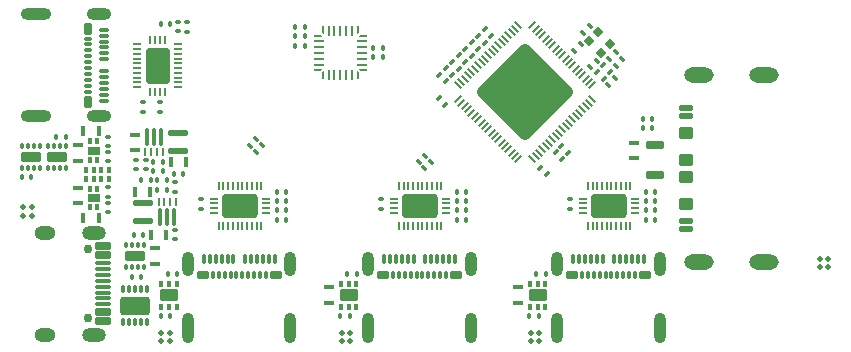
<source format=gts>
G04 Layer: TopSolderMaskLayer*
G04 EasyEDA Pro v2.2.24.2, 2024-07-29 14:19:07*
G04 Gerber Generator version 0.3*
G04 Scale: 100 percent, Rotated: No, Reflected: No*
G04 Dimensions in millimeters*
G04 Leading zeros omitted, absolute positions, 3 integers and 5 decimals*
%FSLAX35Y35*%
%MOMM*%
%AMRoundRect*1,1,$1,$2,$3*1,1,$1,$4,$5*1,1,$1,0-$2,0-$3*1,1,$1,0-$4,0-$5*20,1,$1,$2,$3,$4,$5,0*20,1,$1,$4,$5,0-$2,0-$3,0*20,1,$1,0-$2,0-$3,0-$4,0-$5,0*20,1,$1,0-$4,0-$5,$2,$3,0*4,1,4,$2,$3,$4,$5,0-$2,0-$3,0-$4,0-$5,$2,$3,0*%
%AMPolygonMacro1*4,1,5,0.3325,-0.08,-0.19886,-0.08,-0.3325,0.05364,-0.3325,0.08,0.3325,0.08,0.3325,-0.08,0*%
%AMPolygonMacro2*4,1,5,0.3325,-0.08,-0.3325,-0.08,-0.3325,-0.05364,-0.19886,0.08,0.3325,0.08,0.3325,-0.08,0*%
%AMPolygonMacro3*4,1,5,0.08,-0.19886,-0.05364,-0.3325,-0.08,-0.3325,-0.08,0.3325,0.08,0.3325,0.08,-0.19886,0*%
%AMPolygonMacro4*4,1,5,0.08,-0.3325,0.05364,-0.3325,-0.08,-0.19886,-0.08,0.3325,0.08,0.3325,0.08,-0.3325,0*%
%AMPolygonMacro5*4,1,5,-0.3325,0.08,0.19886,0.08,0.3325,-0.05364,0.3325,-0.08,-0.3325,-0.08,-0.3325,0.08,0*%
%AMPolygonMacro6*4,1,5,0.3325,0.05364,0.19886,-0.08,-0.3325,-0.08,-0.3325,0.08,0.3325,0.08,0.3325,0.05364,0*%
%AMPolygonMacro7*4,1,5,0.08,-0.3325,-0.08,-0.3325,-0.08,0.19886,0.05364,0.3325,0.08,0.3325,0.08,-0.3325,0*%
%AMPolygonMacro8*4,1,5,-0.08,0.3325,-0.05364,0.3325,0.08,0.19886,0.08,-0.3325,-0.08,-0.3325,-0.08,0.3325,0*%
%ADD10RoundRect,0.126X0.087X-0.187X-0.087X-0.187*%
%ADD11RoundRect,0.126X-0.187X-0.087X-0.187X0.087*%
%ADD12RoundRect,0.126X-0.087X0.187X0.087X0.187*%
%ADD13RoundRect,0.126X0.187X0.087X0.187X-0.087*%
%ADD14RoundRect,0.144X0.578X0.228X0.578X-0.228*%
%ADD15C,0.7540*%
%ADD16C,0.75*%
%ADD17RoundRect,0.126X0.587X0.087X0.587X-0.087*%
%ADD18O,2.0X1.2*%
%ADD19O,1.8X1.2*%
%ADD20RoundRect,0.126X0.07071X0.19375X0.19375X0.07071*%
%ADD21RoundRect,0.147X0.3515X0.1015X0.3515X-0.1015*%
%ADD22RoundRect,0.147X0.1015X-0.3515X-0.1015X-0.3515*%
%ADD23RoundRect,0.5X-0.36769X0.0X0.0X0.36769*%
%ADD24RoundRect,0.1X-0.29168X-0.22097X0.22097X0.29168*%
%ADD25RoundRect,0.1X-0.29168X0.22097X-0.22097X0.29168*%
%ADD26RoundRect,0.78947X-3.68439X0.0X0.0X3.68439*%
%ADD27RoundRect,0.105X0.0725X0.2475X0.0725X-0.2475*%
%ADD28RoundRect,0.126X0.087X0.687X0.087X-0.687*%
%ADD29RoundRect,0.225X-0.1125X-0.1125X-0.1125X0.1125*%
%ADD30RoundRect,0.24X-0.48X-0.38X-0.48X0.38*%
%ADD31RoundRect,0.189X-0.5055X-0.1305X-0.5055X0.1305*%
%ADD32O,2.49999X1.3*%
%ADD33RoundRect,0.156X0.522X-0.247X-0.522X-0.247*%
%ADD34RoundRect,0.147X-0.1015X0.1765X0.1015X0.1765*%
%ADD35RoundRect,0.24X-0.68X-0.38X-0.68X0.38*%
%ADD36RoundRect,0.126X0.19375X-0.07071X0.07071X-0.19375*%
%ADD37RoundRect,0.126X-0.19375X0.07071X-0.07071X0.19375*%
%ADD38RoundRect,0.168X0.0X0.37618X0.37618X0.0*%
%ADD39RoundRect,0.156X-0.272X0.247X0.272X0.247*%
%ADD40RoundRect,0.084X-0.058X0.308X0.058X0.308*%
%ADD41RoundRect,0.084X-0.308X0.058X0.308X0.058*%
%ADD42RoundRect,0.48X-1.26X0.76X1.26X0.76*%
%ADD43RoundRect,0.105X-0.0725X-0.2475X-0.0725X0.2475*%
%ADD44RoundRect,0.126X-0.087X-0.687X-0.087X0.687*%
%ADD45RoundRect,0.147X-0.3515X-0.1015X-0.3515X0.1015*%
%ADD46RoundRect,0.294X0.653X0.203X0.653X-0.203*%
%ADD47RoundRect,0.126X-0.07071X-0.19375X-0.19375X-0.07071*%
%ADD48RoundRect,0.147X-0.1015X0.3515X0.1015X0.3515*%
%ADD49RoundRect,0.147X0.1015X-0.1765X-0.1015X-0.1765*%
%ADD50RoundRect,0.126X-0.087X0.337X0.087X0.337*%
%ADD51RoundRect,0.294X-0.353X0.203X0.353X0.203*%
%ADD52RoundRect,0.126X-0.087X0.287X0.087X0.287*%
%ADD53O,1.0X2.1*%
%ADD54O,1.0X2.59999*%
%ADD55RoundRect,0.24X-0.78X0.38X0.78X0.38*%
%ADD56RoundRect,0.126X-0.087X0.262X0.087X0.262*%
%ADD57RoundRect,0.36X-1.07X0.57X1.07X0.57*%
%ADD58RoundRect,0.225X0.1125X0.1125X0.1125X-0.1125*%
%ADD59RoundRect,0.12X-0.34X0.19X0.34X0.19*%
%ADD60RoundRect,0.168X0.416X-0.266X-0.416X-0.266*%
%ADD61RoundRect,0.21X0.745X0.145X0.745X-0.145*%
%ADD62RoundRect,0.156X-0.522X0.247X0.522X0.247*%
%ADD63RoundRect,0.1176X-0.0812X0.1937X0.0812X0.1937*%
%ADD64RoundRect,0.216X-0.717X0.342X0.717X0.342*%
%ADD65RoundRect,0.21X-0.745X-0.145X-0.745X0.145*%
%ADD66RoundRect,0.126X0.337X0.087X0.337X-0.087*%
%ADD67RoundRect,0.294X0.203X0.353X0.203X-0.353*%
%ADD68RoundRect,0.126X0.287X0.087X0.287X-0.087*%
%ADD69O,2.1X1.0*%
%ADD70O,2.59999X1.0*%
%ADD71RoundRect,0.125X0.375X-0.0625X-0.375X-0.0625*%
%ADD72RoundRect,0.125X0.0625X-0.375X-0.0625X-0.375*%
%ADD73RoundRect,0.1176X0.0812X-0.1937X-0.0812X-0.1937*%
%ADD74RoundRect,0.216X0.717X-0.342X-0.717X-0.342*%
%ADD75RoundRect,0.12X0.34X-0.19X-0.34X-0.19*%
%ADD76RoundRect,0.168X-0.416X0.266X0.416X0.266*%
%ADD77RoundRect,0.156X0.247X0.272X0.247X-0.272*%
%ADD78RoundRect,0.084X0.308X0.058X0.308X-0.058*%
%ADD79RoundRect,0.084X0.058X0.308X0.058X-0.308*%
%ADD80RoundRect,0.48X0.76X1.26X0.76X-1.26*%
%ADD81PolygonMacro1*%
%ADD82PolygonMacro2*%
%ADD83PolygonMacro3*%
%ADD84PolygonMacro4*%
%ADD85PolygonMacro5*%
%ADD86PolygonMacro6*%
%ADD87PolygonMacro7*%
%ADD88PolygonMacro8*%
G75*


G04 Pad Start*
G54D10*
G01X17390009Y-11030006D03*
G01X17310010Y-11030006D03*
G54D11*
G01X15059970Y-11989976D03*
G01X15059970Y-11909976D03*
G54D12*
G01X18689963Y-12939974D03*
G01X18769962Y-12939974D03*
G54D13*
G01X15630013Y-12164986D03*
G01X15630013Y-12244986D03*
G54D12*
G01X19590011Y-11710006D03*
G01X19670010Y-11710006D03*
G54D14*
G01X15019970Y-12704975D03*
G54D16*
G01X14894970Y-12734975D03*
G54D14*
G01X15019970Y-12784974D03*
G54D17*
G01X15019970Y-12899974D03*
G01X15019970Y-12999974D03*
G01X15019970Y-13049974D03*
G01X15019970Y-13149924D03*
G54D14*
G01X15019970Y-13264973D03*
G01X15019970Y-13344973D03*
G01X15019970Y-13344973D03*
G01X15019970Y-13264973D03*
G54D16*
G01X14894970Y-13314973D03*
G54D17*
G01X15019970Y-13199974D03*
G01X15019970Y-13099974D03*
G01X15019970Y-12949974D03*
G01X15019970Y-12849974D03*
G54D14*
G01X15019970Y-12784974D03*
G01X15019970Y-12704975D03*
G54D18*
G01X14945570Y-12592475D03*
G54D19*
G01X14527571Y-12592475D03*
G54D18*
G01X14945570Y-13457473D03*
G54D19*
G01X14527571Y-13457473D03*
G54D20*
G01X17921634Y-11201677D03*
G01X17978203Y-11258245D03*
G54D21*
G01X15460008Y-12725007D03*
G01X15460008Y-12855007D03*
G54D12*
G01X17310010Y-11110006D03*
G01X17390009Y-11110006D03*
G54D22*
G01X14984970Y-11729977D03*
G01X14854970Y-11729977D03*
G54D11*
G01X15059970Y-12419975D03*
G01X15059970Y-12339975D03*
G54D12*
G01X16489967Y-12324976D03*
G01X16569967Y-12324976D03*
G54D23*
G01X18505555Y-11494788D03*
G01X18415753Y-11404985D03*
G01X18595358Y-11584590D03*
G01X18505555Y-11315183D03*
G01X18595358Y-11404985D03*
G01X18685160Y-11494788D03*
G01X18595358Y-11225381D03*
G01X18774962Y-11404985D03*
G01X18685160Y-11315183D03*
G54D24*
G01X18027022Y-11464205D03*
G01X18055306Y-11492490D03*
G01X18083590Y-11520774D03*
G01X18111874Y-11549058D03*
G01X18140159Y-11577342D03*
G01X18168443Y-11605627D03*
G01X18196727Y-11633911D03*
G01X18225011Y-11662195D03*
G01X18253295Y-11690479D03*
G01X18281579Y-11718763D03*
G01X18309864Y-11747048D03*
G01X18338148Y-11775332D03*
G01X18366432Y-11803616D03*
G01X18394716Y-11831900D03*
G01X18423000Y-11860184D03*
G01X18451285Y-11888469D03*
G01X18479569Y-11916753D03*
G01X18507853Y-11945037D03*
G01X18536137Y-11973321D03*
G54D25*
G01X18654578Y-11973321D03*
G01X18682862Y-11945037D03*
G01X18711146Y-11916753D03*
G01X18739430Y-11888469D03*
G01X18767715Y-11860184D03*
G01X18795999Y-11831900D03*
G01X18824283Y-11803616D03*
G01X18852567Y-11775332D03*
G01X18880851Y-11747048D03*
G01X18909136Y-11718763D03*
G01X18937420Y-11690479D03*
G01X18965704Y-11662195D03*
G01X18993988Y-11633911D03*
G01X19022272Y-11605627D03*
G01X19050557Y-11577342D03*
G01X19078841Y-11549058D03*
G01X19107125Y-11520774D03*
G01X19135409Y-11492490D03*
G01X19163693Y-11464205D03*
G54D24*
G01X19163693Y-11345765D03*
G01X19135409Y-11317481D03*
G01X19107125Y-11289197D03*
G01X19078841Y-11260913D03*
G01X19050557Y-11232628D03*
G01X19022272Y-11204344D03*
G01X18993988Y-11176060D03*
G01X18965704Y-11147776D03*
G01X18937420Y-11119492D03*
G01X18909135Y-11091207D03*
G01X18880851Y-11062923D03*
G01X18852567Y-11034639D03*
G01X18824283Y-11006355D03*
G01X18795999Y-10978070D03*
G01X18767715Y-10949786D03*
G01X18739430Y-10921502D03*
G01X18711146Y-10893218D03*
G01X18682862Y-10864934D03*
G01X18654578Y-10836649D03*
G54D25*
G01X18536137Y-10836649D03*
G01X18507853Y-10864934D03*
G01X18479569Y-10893218D03*
G01X18451285Y-10921502D03*
G01X18423000Y-10949786D03*
G01X18394716Y-10978070D03*
G01X18366432Y-11006355D03*
G01X18338148Y-11034639D03*
G01X18309864Y-11062923D03*
G01X18281579Y-11091207D03*
G01X18253295Y-11119492D03*
G01X18225011Y-11147776D03*
G01X18196727Y-11176060D03*
G01X18168443Y-11204344D03*
G01X18140159Y-11232628D03*
G01X18111874Y-11260913D03*
G01X18083590Y-11289197D03*
G01X18055306Y-11317481D03*
G01X18027022Y-11345765D03*
G54D26*
G01X18595358Y-11404985D03*
G54D27*
G01X15377951Y-11912979D03*
G01X15428051Y-11912879D03*
G01X15477851Y-11912879D03*
G01X15527851Y-11912879D03*
G54D28*
G01X15512901Y-11782879D03*
G01X15452901Y-11782879D03*
G01X15392901Y-11782879D03*
G54D29*
G01X21089958Y-12884974D03*
G01X21159958Y-12884974D03*
G01X21159958Y-12814974D03*
G01X21089958Y-12814974D03*
G54D20*
G01X18086680Y-11036700D03*
G01X18143248Y-11093268D03*
G54D30*
G01X19959960Y-12349975D03*
G01X19959960Y-12119976D03*
G01X19959960Y-11979976D03*
G01X19959960Y-11749976D03*
G54D31*
G01X19959960Y-11536477D03*
G01X19959960Y-11606477D03*
G54D32*
G01X20069960Y-12844974D03*
G01X20069960Y-11254977D03*
G54D31*
G01X19959960Y-12493475D03*
G01X19959960Y-12563475D03*
G54D32*
G01X20619909Y-12844974D03*
G01X20619909Y-11254977D03*
G54D33*
G01X18699963Y-13119974D03*
G54D34*
G01X18634963Y-13219974D03*
G01X18699963Y-13219974D03*
G01X18764962Y-13219974D03*
G01X18764962Y-13024974D03*
G01X18699963Y-13024974D03*
G01X18634963Y-13024974D03*
G54D35*
G01X18699963Y-13119974D03*
G54D10*
G01X15589969Y-13299973D03*
G01X15509969Y-13299973D03*
G54D12*
G01X16650009Y-10930006D03*
G01X16730009Y-10930006D03*
G54D10*
G01X15527487Y-12072528D03*
G01X15447487Y-12072528D03*
G54D12*
G01X16489967Y-12244976D03*
G01X16569967Y-12244976D03*
G54D34*
G01X15004970Y-12139976D03*
G01X15074970Y-12139976D03*
G54D22*
G01X15419988Y-12245027D03*
G01X15289988Y-12245027D03*
G54D36*
G01X16368293Y-11851722D03*
G01X16311725Y-11908291D03*
G54D12*
G01X15617512Y-12092485D03*
G01X15697512Y-12092485D03*
G54D36*
G01X19418295Y-11121722D03*
G01X19361726Y-11178290D03*
G54D12*
G01X15264969Y-12969974D03*
G01X15344969Y-12969974D03*
G54D37*
G01X19306726Y-11123290D03*
G01X19363295Y-11066722D03*
G54D29*
G01X17039966Y-13509973D03*
G01X17109966Y-13509973D03*
G01X17109966Y-13439973D03*
G01X17039966Y-13439973D03*
G54D13*
G01X15655363Y-10809592D03*
G01X15655363Y-10889591D03*
G54D10*
G01X16730009Y-10850006D03*
G01X16650009Y-10850006D03*
G54D29*
G01X18639963Y-13509973D03*
G01X18709963Y-13509973D03*
G01X18709963Y-13439973D03*
G01X18639963Y-13439973D03*
G54D38*
G01X19136968Y-10973986D03*
G01X19235963Y-11072980D03*
G01X19313744Y-10995199D03*
G01X19214750Y-10896204D03*
G54D13*
G01X15630008Y-12570007D03*
G01X15630008Y-12650006D03*
G54D39*
G01X16089968Y-12319976D03*
G01X16089968Y-12404975D03*
G01X16179968Y-12319976D03*
G01X16179968Y-12404975D03*
G01X16269967Y-12319976D03*
G01X16269967Y-12404975D03*
G54D40*
G01X15999968Y-12534975D03*
G01X16039968Y-12534975D03*
G01X16079968Y-12534975D03*
G01X16119968Y-12534975D03*
G01X16159968Y-12534975D03*
G01X16199968Y-12534975D03*
G01X16239968Y-12534975D03*
G01X16279967Y-12534975D03*
G01X16319967Y-12534975D03*
G01X16359967Y-12534975D03*
G54D41*
G01X16399967Y-12424975D03*
G01X16399967Y-12384975D03*
G01X16399967Y-12344976D03*
G01X16399967Y-12304976D03*
G54D40*
G01X16359967Y-12194976D03*
G01X16319967Y-12194976D03*
G01X16279967Y-12194976D03*
G01X16239968Y-12194976D03*
G01X16199968Y-12194976D03*
G01X16159968Y-12194976D03*
G01X16119968Y-12194976D03*
G01X16079968Y-12194976D03*
G01X16039968Y-12194976D03*
G01X15999968Y-12194976D03*
G54D41*
G01X15959968Y-12304976D03*
G01X15959968Y-12344976D03*
G01X15959968Y-12384975D03*
G01X15959968Y-12424975D03*
G54D42*
G01X16179968Y-12364976D03*
G54D43*
G01X15640352Y-12330280D03*
G01X15590252Y-12330380D03*
G01X15540452Y-12330380D03*
G01X15490452Y-12330380D03*
G54D44*
G01X15505402Y-12460380D03*
G01X15565402Y-12460380D03*
G01X15625402Y-12460380D03*
G54D13*
G01X15302487Y-11977528D03*
G01X15302487Y-12057528D03*
G54D45*
G01X19520010Y-11965006D03*
G01X19520010Y-11835007D03*
G54D46*
G01X19690011Y-11855007D03*
G01X19690011Y-12105006D03*
G54D29*
G01X15514969Y-13509973D03*
G01X15584969Y-13509973D03*
G01X15584969Y-13439973D03*
G01X15514969Y-13439973D03*
G54D47*
G01X17918294Y-11508290D03*
G01X17861726Y-11451722D03*
G54D48*
G01X14854970Y-12469975D03*
G01X14984970Y-12469975D03*
G54D49*
G01X14944970Y-12139976D03*
G01X14874970Y-12139976D03*
G54D20*
G01X19256677Y-11176699D03*
G01X19313246Y-11233268D03*
G54D50*
G01X17399965Y-12815199D03*
G01X17449965Y-12815199D03*
G01X17499965Y-12815199D03*
G01X17549965Y-12815199D03*
G01X17599965Y-12815199D03*
G01X17649965Y-12815199D03*
G01X17749965Y-12815199D03*
G01X17799964Y-12815199D03*
G01X17849964Y-12815199D03*
G01X17899964Y-12815199D03*
G01X17949964Y-12815199D03*
G01X17999964Y-12815199D03*
G54D51*
G01X18009964Y-12950199D03*
G54D52*
G01X17924964Y-12950199D03*
G01X17874964Y-12950199D03*
G01X17824964Y-12950199D03*
G01X17774964Y-12950199D03*
G01X17724965Y-12950199D03*
G01X17674965Y-12950199D03*
G01X17624965Y-12950199D03*
G01X17574965Y-12950199D03*
G01X17524965Y-12950199D03*
G01X17474965Y-12950199D03*
G54D51*
G01X17389965Y-12950199D03*
G54D53*
G01X17267965Y-12861199D03*
G54D54*
G01X17267965Y-13397198D03*
G54D53*
G01X18131964Y-12861199D03*
G54D54*
G01X18131964Y-13397198D03*
G54D55*
G01X15290008Y-13210007D03*
G54D56*
G01X15190008Y-13350757D03*
G01X15240008Y-13350757D03*
G01X15290008Y-13350757D03*
G01X15340008Y-13350757D03*
G01X15390008Y-13350757D03*
G01X15390008Y-13069257D03*
G01X15340008Y-13069257D03*
G01X15290008Y-13069257D03*
G01X15240008Y-13069257D03*
G01X15190008Y-13069257D03*
G54D57*
G01X15290008Y-13210007D03*
G54D10*
G01X16569967Y-12484975D03*
G01X16489967Y-12484975D03*
G54D49*
G01X14944970Y-12059976D03*
G01X14874970Y-12059976D03*
G54D13*
G01X15059970Y-11779976D03*
G01X15059970Y-11859976D03*
G54D50*
G01X18999962Y-12815199D03*
G01X19049962Y-12815199D03*
G01X19099962Y-12815199D03*
G01X19149962Y-12815199D03*
G01X19199962Y-12815199D03*
G01X19249962Y-12815199D03*
G01X19349961Y-12815199D03*
G01X19399961Y-12815199D03*
G01X19449961Y-12815199D03*
G01X19499961Y-12815199D03*
G01X19549961Y-12815199D03*
G01X19599961Y-12815199D03*
G54D51*
G01X19609961Y-12950199D03*
G54D52*
G01X19524961Y-12950199D03*
G01X19474961Y-12950199D03*
G01X19424961Y-12950199D03*
G01X19374961Y-12950199D03*
G01X19324961Y-12950199D03*
G01X19274961Y-12950199D03*
G01X19224962Y-12950199D03*
G01X19174962Y-12950199D03*
G01X19124962Y-12950199D03*
G01X19074962Y-12950199D03*
G54D51*
G01X18989962Y-12950199D03*
G54D53*
G01X18867962Y-12861199D03*
G54D54*
G01X18867962Y-13397198D03*
G54D53*
G01X19731961Y-12861199D03*
G54D54*
G01X19731961Y-13397198D03*
G54D45*
G01X15292487Y-11892528D03*
G01X15292487Y-11762528D03*
G54D20*
G01X19201726Y-11231722D03*
G01X19258294Y-11288290D03*
G54D37*
G01X19296677Y-11343267D03*
G01X19353246Y-11286699D03*
G54D58*
G01X14414971Y-12379975D03*
G01X14344971Y-12379975D03*
G01X14344971Y-12449975D03*
G01X14414971Y-12449975D03*
G54D47*
G01X18308248Y-10928268D03*
G01X18251679Y-10871700D03*
G54D10*
G01X16569967Y-12404975D03*
G01X16489967Y-12404975D03*
G54D12*
G01X15447487Y-11992528D03*
G01X15527487Y-11992528D03*
G54D22*
G01X15554969Y-12609975D03*
G01X15424969Y-12609975D03*
G54D45*
G01X14809970Y-11984976D03*
G01X14809970Y-11854976D03*
G54D10*
G01X15424988Y-12150026D03*
G01X15344988Y-12150026D03*
G54D59*
G01X14939970Y-11899976D03*
G54D49*
G01X14969970Y-11819976D03*
G01X14909970Y-11819976D03*
G01X14909970Y-11979976D03*
G01X14969970Y-11979976D03*
G54D60*
G01X14939970Y-11899976D03*
G54D45*
G01X16930009Y-13185007D03*
G01X16930009Y-13055007D03*
G54D36*
G01X16318293Y-11801722D03*
G01X16261725Y-11858290D03*
G54D47*
G01X17923248Y-11313267D03*
G01X17866680Y-11256699D03*
G54D20*
G01X18031680Y-11091699D03*
G01X18088248Y-11148268D03*
G54D48*
G01X15592487Y-11997528D03*
G01X15722486Y-11997528D03*
G54D61*
G01X15657487Y-11747528D03*
G01X15657487Y-11897528D03*
G54D13*
G01X15734969Y-10809978D03*
G01X15734969Y-10889978D03*
G54D10*
G01X17109966Y-13299973D03*
G01X17029966Y-13299973D03*
G54D50*
G01X15874968Y-12815199D03*
G01X15924968Y-12815199D03*
G01X15974968Y-12815199D03*
G01X16024968Y-12815199D03*
G01X16074968Y-12815199D03*
G01X16124968Y-12815199D03*
G01X16224968Y-12815199D03*
G01X16274967Y-12815199D03*
G01X16324967Y-12815199D03*
G01X16374967Y-12815199D03*
G01X16424967Y-12815199D03*
G01X16474967Y-12815199D03*
G54D51*
G01X16484967Y-12950199D03*
G54D52*
G01X16399967Y-12950199D03*
G01X16349967Y-12950199D03*
G01X16299967Y-12950199D03*
G01X16249968Y-12950199D03*
G01X16199968Y-12950199D03*
G01X16149968Y-12950199D03*
G01X16099968Y-12950199D03*
G01X16049968Y-12950199D03*
G01X15999968Y-12950199D03*
G01X15949968Y-12950199D03*
G54D51*
G01X15864968Y-12950199D03*
G54D53*
G01X15742969Y-12861199D03*
G54D54*
G01X15742969Y-13397198D03*
G54D53*
G01X16606967Y-12861199D03*
G54D54*
G01X16606967Y-13397198D03*
G54D62*
G01X14629971Y-11949976D03*
G54D63*
G01X14554971Y-12042726D03*
G01X14604971Y-12042726D03*
G01X14654971Y-12042726D03*
G01X14704971Y-12042726D03*
G01X14704971Y-11857226D03*
G01X14654971Y-11857226D03*
G01X14604971Y-11857226D03*
G01X14554971Y-11857226D03*
G54D64*
G01X14629971Y-11949976D03*
G54D65*
G01X15359988Y-12495027D03*
G01X15359988Y-12345027D03*
G54D37*
G01X19086726Y-10903290D03*
G01X19143294Y-10846722D03*
G54D66*
G01X15031970Y-10874978D03*
G01X15031970Y-10924978D03*
G01X15031970Y-10974978D03*
G01X15031970Y-11024978D03*
G01X15031970Y-11074978D03*
G01X15031970Y-11124978D03*
G01X15031970Y-11224978D03*
G01X15031970Y-11274977D03*
G01X15031970Y-11324977D03*
G01X15031970Y-11374977D03*
G01X15031970Y-11424977D03*
G01X15031970Y-11474977D03*
G54D67*
G01X14896970Y-11484977D03*
G54D68*
G01X14896970Y-11399977D03*
G01X14896970Y-11349977D03*
G01X14896970Y-11299977D03*
G01X14896970Y-11249977D03*
G01X14896970Y-11199978D03*
G01X14896970Y-11149978D03*
G01X14896970Y-11099978D03*
G01X14896970Y-11049978D03*
G01X14896970Y-10999978D03*
G01X14896970Y-10949978D03*
G54D67*
G01X14896970Y-10864978D03*
G54D69*
G01X14985970Y-10742979D03*
G54D70*
G01X14449971Y-10742979D03*
G54D69*
G01X14985970Y-11606977D03*
G54D70*
G01X14449971Y-11606977D03*
G54D36*
G01X19063246Y-10996700D03*
G01X19006678Y-11053268D03*
G54D12*
G01X15480014Y-12149986D03*
G01X15560014Y-12149986D03*
G54D20*
G01X18721726Y-12041722D03*
G01X18778294Y-12098291D03*
G01X18141679Y-10981700D03*
G01X18198248Y-11038268D03*
G54D10*
G01X15589969Y-10824978D03*
G01X15509969Y-10824978D03*
G54D21*
G01X14809970Y-12214976D03*
G01X14809970Y-12344975D03*
G54D71*
G01X17214009Y-11170006D03*
G01X17214009Y-11120006D03*
G01X17214009Y-11070007D03*
G01X17214009Y-11020007D03*
G01X17214009Y-10970007D03*
G54D72*
G01X17130009Y-10886007D03*
G01X17080009Y-10886007D03*
G01X17030009Y-10886007D03*
G01X16980009Y-10886007D03*
G01X16930009Y-10886007D03*
G54D71*
G01X16846009Y-10970007D03*
G01X16846009Y-11020007D03*
G01X16846009Y-11070007D03*
G01X16846009Y-11120006D03*
G01X16846009Y-11170006D03*
G54D72*
G01X16930009Y-11255006D03*
G01X16980009Y-11255006D03*
G01X17030009Y-11255006D03*
G01X17080009Y-11255006D03*
G01X17130009Y-11255006D03*
G54D33*
G01X14409971Y-11949976D03*
G54D73*
G01X14484971Y-11857226D03*
G01X14434971Y-11857226D03*
G01X14384971Y-11857226D03*
G01X14334971Y-11857226D03*
G01X14334971Y-12042726D03*
G01X14384971Y-12042726D03*
G01X14434971Y-12042726D03*
G01X14484971Y-12042726D03*
G54D74*
G01X14409971Y-11949976D03*
G54D36*
G01X19203246Y-11136699D03*
G01X19146677Y-11193268D03*
G54D12*
G01X16650009Y-11010006D03*
G01X16730009Y-11010006D03*
G01X19590011Y-11630006D03*
G01X19670010Y-11630006D03*
G54D20*
G01X17976680Y-11146699D03*
G01X18033248Y-11203268D03*
G54D75*
G01X14939970Y-12299975D03*
G54D34*
G01X14909970Y-12379975D03*
G01X14969970Y-12379975D03*
G01X14969970Y-12219976D03*
G01X14909970Y-12219976D03*
G54D76*
G01X14939970Y-12299975D03*
G54D11*
G01X15500008Y-11570006D03*
G01X15500008Y-11490006D03*
G54D47*
G01X18253248Y-10983268D03*
G01X18196679Y-10926700D03*
G54D10*
G01X18709963Y-13299973D03*
G01X18629963Y-13299973D03*
G54D33*
G01X15579969Y-13119974D03*
G54D34*
G01X15514969Y-13219974D03*
G01X15579969Y-13219974D03*
G01X15644969Y-13219974D03*
G01X15644969Y-13024974D03*
G01X15579969Y-13024974D03*
G01X15514969Y-13024974D03*
G54D35*
G01X15579969Y-13119974D03*
G54D33*
G01X17099966Y-13119974D03*
G54D34*
G01X17034966Y-13219974D03*
G01X17099966Y-13219974D03*
G01X17164966Y-13219974D03*
G01X17164966Y-13024974D03*
G01X17099966Y-13024974D03*
G01X17034966Y-13024974D03*
G54D35*
G01X17099966Y-13119974D03*
G54D13*
G01X15059970Y-12209976D03*
G01X15059970Y-12289975D03*
G01X15849968Y-12309976D03*
G01X15849968Y-12389975D03*
G54D12*
G01X15569969Y-12939974D03*
G01X15649969Y-12939974D03*
G01X17089966Y-12939974D03*
G01X17169966Y-12939974D03*
G54D62*
G01X15289969Y-12789974D03*
G54D63*
G01X15214970Y-12882724D03*
G01X15264969Y-12882724D03*
G01X15314969Y-12882724D03*
G01X15364969Y-12882724D03*
G01X15364969Y-12697225D03*
G01X15314969Y-12697225D03*
G01X15264969Y-12697225D03*
G01X15214970Y-12697225D03*
G54D64*
G01X15289969Y-12789974D03*
G54D45*
G01X18530010Y-13185007D03*
G01X18530010Y-13055007D03*
G54D10*
G01X15359969Y-12609975D03*
G01X15279969Y-12609975D03*
G54D12*
G01X14624771Y-11779976D03*
G01X14704771Y-11779976D03*
G01X14334771Y-12119976D03*
G01X14414771Y-12119976D03*
G54D10*
G01X15560014Y-12229986D03*
G01X15480014Y-12229986D03*
G54D34*
G01X15004970Y-12059976D03*
G01X15074970Y-12059976D03*
G54D11*
G01X15382487Y-12057528D03*
G01X15382487Y-11977528D03*
G54D39*
G01X17614965Y-12319976D03*
G01X17614965Y-12404975D03*
G01X17704965Y-12319976D03*
G01X17704965Y-12404975D03*
G01X17794964Y-12319976D03*
G01X17794964Y-12404975D03*
G54D40*
G01X17524965Y-12534975D03*
G01X17564965Y-12534975D03*
G01X17604965Y-12534975D03*
G01X17644965Y-12534975D03*
G01X17684965Y-12534975D03*
G01X17724965Y-12534975D03*
G01X17764964Y-12534975D03*
G01X17804964Y-12534975D03*
G01X17844964Y-12534975D03*
G01X17884964Y-12534975D03*
G54D41*
G01X17924964Y-12424975D03*
G01X17924964Y-12384975D03*
G01X17924964Y-12344976D03*
G01X17924964Y-12304976D03*
G54D40*
G01X17884964Y-12194976D03*
G01X17844964Y-12194976D03*
G01X17804964Y-12194976D03*
G01X17764964Y-12194976D03*
G01X17724965Y-12194976D03*
G01X17684965Y-12194976D03*
G01X17644965Y-12194976D03*
G01X17604965Y-12194976D03*
G01X17564965Y-12194976D03*
G01X17524965Y-12194976D03*
G54D41*
G01X17484965Y-12304976D03*
G01X17484965Y-12344976D03*
G01X17484965Y-12384975D03*
G01X17484965Y-12424975D03*
G54D42*
G01X17704965Y-12364976D03*
G54D12*
G01X18014964Y-12244976D03*
G01X18094964Y-12244976D03*
G01X18014964Y-12324976D03*
G01X18094964Y-12324976D03*
G54D10*
G01X18094964Y-12404975D03*
G01X18014964Y-12404975D03*
G01X18094964Y-12484975D03*
G01X18014964Y-12484975D03*
G54D36*
G01X17748294Y-11941722D03*
G01X17691725Y-11998291D03*
G01X17798249Y-11991692D03*
G01X17741681Y-12048260D03*
G54D13*
G01X17374965Y-12309976D03*
G01X17374965Y-12389975D03*
G54D39*
G01X19214962Y-12320272D03*
G01X19214962Y-12405271D03*
G01X19304961Y-12320272D03*
G01X19304961Y-12405271D03*
G01X19394961Y-12320272D03*
G01X19394961Y-12405271D03*
G54D40*
G01X19124962Y-12535271D03*
G01X19164962Y-12535271D03*
G01X19204962Y-12535271D03*
G01X19244962Y-12535271D03*
G01X19284961Y-12535271D03*
G01X19324961Y-12535271D03*
G01X19364961Y-12535271D03*
G01X19404961Y-12535271D03*
G01X19444961Y-12535271D03*
G01X19484961Y-12535271D03*
G54D41*
G01X19524961Y-12425271D03*
G01X19524961Y-12385271D03*
G01X19524961Y-12345271D03*
G01X19524961Y-12305272D03*
G54D40*
G01X19484961Y-12195272D03*
G01X19444961Y-12195272D03*
G01X19404961Y-12195272D03*
G01X19364961Y-12195272D03*
G01X19324961Y-12195272D03*
G01X19284961Y-12195272D03*
G01X19244962Y-12195272D03*
G01X19204962Y-12195272D03*
G01X19164962Y-12195272D03*
G01X19124962Y-12195272D03*
G54D41*
G01X19084962Y-12305272D03*
G01X19084962Y-12345271D03*
G01X19084962Y-12385271D03*
G01X19084962Y-12425271D03*
G54D42*
G01X19304961Y-12365271D03*
G54D12*
G01X19614961Y-12244976D03*
G01X19694961Y-12244976D03*
G01X19614961Y-12324976D03*
G01X19694961Y-12324976D03*
G54D10*
G01X19694961Y-12404975D03*
G01X19614961Y-12404975D03*
G01X19694961Y-12484975D03*
G01X19614961Y-12484975D03*
G54D13*
G01X18974962Y-12309976D03*
G01X18974962Y-12389975D03*
G54D20*
G01X18851726Y-11911722D03*
G01X18908294Y-11968291D03*
G01X18901726Y-11861722D03*
G01X18958294Y-11918291D03*
G54D77*
G01X15527194Y-11089978D03*
G01X15442194Y-11089978D03*
G01X15527194Y-11179978D03*
G01X15442194Y-11179978D03*
G01X15527194Y-11269977D03*
G01X15442194Y-11269977D03*
G54D78*
G01X15312194Y-10999978D03*
G01X15312194Y-11039978D03*
G01X15312194Y-11079978D03*
G01X15312194Y-11119978D03*
G01X15312194Y-11159978D03*
G01X15312194Y-11199978D03*
G01X15312194Y-11239978D03*
G01X15312194Y-11279977D03*
G01X15312194Y-11319977D03*
G01X15312194Y-11359977D03*
G54D79*
G01X15422194Y-11399977D03*
G01X15462194Y-11399977D03*
G01X15502194Y-11399977D03*
G01X15542194Y-11399977D03*
G54D78*
G01X15652193Y-11359977D03*
G01X15652193Y-11319977D03*
G01X15652193Y-11279977D03*
G01X15652193Y-11239978D03*
G01X15652193Y-11199978D03*
G01X15652193Y-11159978D03*
G01X15652193Y-11119978D03*
G01X15652193Y-11079978D03*
G01X15652193Y-11039978D03*
G01X15652193Y-10999978D03*
G54D79*
G01X15542194Y-10959978D03*
G01X15502194Y-10959978D03*
G01X15462194Y-10959978D03*
G01X15422194Y-10959978D03*
G54D80*
G01X15482194Y-11179978D03*
G54D11*
G01X15362194Y-11569977D03*
G01X15362194Y-11489977D03*
G54D81*
G01X17220009Y-11215006D03*
G54D82*
G01X17220009Y-10925007D03*
G54D83*
G01X17175009Y-10880007D03*
G54D84*
G01X16885009Y-10880007D03*
G54D85*
G01X16840010Y-10925007D03*
G54D86*
G01X16840010Y-11215006D03*
G54D87*
G01X16885009Y-11261006D03*
G54D88*
G01X17175009Y-11261006D03*
G04 Pad End*

M02*


</source>
